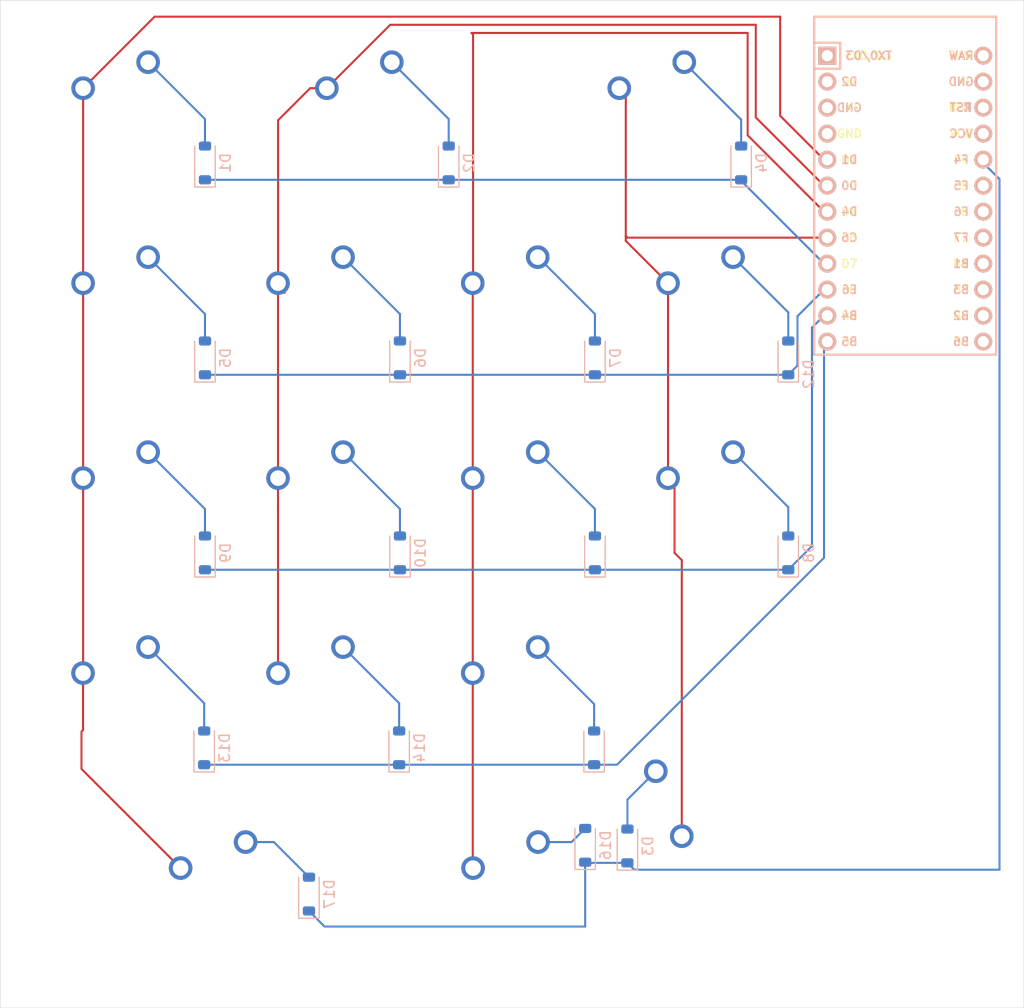
<source format=kicad_pcb>
(kicad_pcb (version 20240108) (generator "pcbnew") (generator_version "8.0")
  (layers (0 "F.Cu" signal) (31 "B.Cu" signal) (34 "B.Paste" user) (35 "F.Paste" user) (36 "B.SilkS" user "B.Silkscreen") (37 "F.SilkS" user "F.Silkscreen") (38 "B.Mask" user) (39 "F.Mask" user) (44 "Edge.Cuts" user))
  (net 0 "")
  (net 1 "Net-(D1-A)")
  (net 2 "Net-(D2-A)")
  (net 3 "Net-(D4-A)")
  (net 4 "Net-(D5-A)")
  (net 5 "Net-(D6-A)")
  (net 6 "Net-(D7-A)")
  (net 7 "Net-(D9-A)")
  (net 8 "Net-(D10-A)")
  (net 9 "Net-(D12-A)")
  (net 10 "Net-(D13-A)")
  (net 11 "Net-(D14-A)")
  (net 12 "Net-(D15-A)")
  (net 13 "Net-(D11-A)")
  (net 14 "Net-(D3-A)")
  (net 15 "Net-(D16-A)")
  (net 16 "ROW1")
  (net 17 "ROW4")
  (net 18 "ROW2")
  (net 19 "ROW3")
  (net 20 "ROW5")
  (net 21 "COL1")
  (net 22 "COL2")
  (net 23 "COL4")
  (net 24 "COL3")
  (net 25 "Net-(D17-A)")
  (net 38 "Net-(D8-A)")
  (footprint "PCM_marbastlib-mx:SW_MX_1.5u" (layer "F.Cu") (at 128.42875 79.375)
    (property "Reference" "MX2" (hide yes))
    (property "Value" "MX_SW_solder")
    (pad "" np_thru_hole circle (at -5.08 0) (size 1.75 1.75) (drill 1.75) (layers "*.Cu" "*.Mask"))
    (pad "" np_thru_hole circle (at 0 0) (size 3.9878 3.9878) (drill 3.9878) (layers "*.Cu" "*.Mask"))
    (pad "" np_thru_hole circle (at 5.08 0) (size 1.75 1.75) (drill 1.75) (layers "*.Cu" "*.Mask"))
    (pad "1" thru_hole circle (at -3.81 -2.54) (size 2.3 2.3) (drill 1.524) (layers "*.Cu" "B.Mask") (net 22 "COL2"))
    (pad "2" thru_hole circle (at 2.54 -5.08) (size 2.3 2.3) (drill 1.524) (layers "*.Cu" "B.Mask") (net 2 "Net-(D2-A)"))
  )
  (footprint "PCM_marbastlib-mx:SW_MX_1u" (layer "F.Cu") (at 142.68625 117.475)
    (property "Reference" "MX11" (hide yes))
    (property "Value" "MX_SW_solder")
    (pad "" np_thru_hole circle (at -5.08 0) (size 1.75 1.75) (drill 1.75) (layers "*.Cu" "*.Mask"))
    (pad "" np_thru_hole circle (at 0 0) (size 3.9878 3.9878) (drill 3.9878) (layers "*.Cu" "*.Mask"))
    (pad "" np_thru_hole circle (at 5.08 0) (size 1.75 1.75) (drill 1.75) (layers "*.Cu" "*.Mask"))
    (pad "1" thru_hole circle (at -3.81 -2.54) (size 2.3 2.3) (drill 1.524) (layers "*.Cu" "B.Mask") (net 24 "COL3"))
    (pad "2" thru_hole circle (at 2.54 -5.08) (size 2.3 2.3) (drill 1.524) (layers "*.Cu" "B.Mask") (net 13 "Net-(D11-A)"))
  )
  (footprint "PCM_marbastlib-mx:SW_MX_1u" (layer "F.Cu") (at 123.66 98.425)
    (property "Reference" "MX6" (hide yes))
    (property "Value" "MX_SW_solder")
    (pad "" np_thru_hole circle (at -5.08 0) (size 1.75 1.75) (drill 1.75) (layers "*.Cu" "*.Mask"))
    (pad "" np_thru_hole circle (at 0 0) (size 3.9878 3.9878) (drill 3.9878) (layers "*.Cu" "*.Mask"))
    (pad "" np_thru_hole circle (at 5.08 0) (size 1.75 1.75) (drill 1.75) (layers "*.Cu" "*.Mask"))
    (pad "1" thru_hole circle (at -3.81 -2.54) (size 2.3 2.3) (drill 1.524) (layers "*.Cu" "B.Mask") (net 22 "COL2"))
    (pad "2" thru_hole circle (at 2.54 -5.08) (size 2.3 2.3) (drill 1.524) (layers "*.Cu" "B.Mask") (net 5 "Net-(D6-A)"))
  )
  (footprint "PCM_marbastlib-mx:SW_MX_1u" (layer "F.Cu") (at 123.66 117.475)
    (property "Reference" "MX10" (hide yes))
    (property "Value" "MX_SW_solder")
    (pad "" np_thru_hole circle (at -5.08 0) (size 1.75 1.75) (drill 1.75) (layers "*.Cu" "*.Mask"))
    (pad "" np_thru_hole circle (at 0 0) (size 3.9878 3.9878) (drill 3.9878) (layers "*.Cu" "*.Mask"))
    (pad "" np_thru_hole circle (at 5.08 0) (size 1.75 1.75) (drill 1.75) (layers "*.Cu" "*.Mask"))
    (pad "1" thru_hole circle (at -3.81 -2.54) (size 2.3 2.3) (drill 1.524) (layers "*.Cu" "B.Mask") (net 22 "COL2"))
    (pad "2" thru_hole circle (at 2.54 -5.08) (size 2.3 2.3) (drill 1.524) (layers "*.Cu" "B.Mask") (net 8 "Net-(D10-A)"))
  )
  (footprint "PCM_marbastlib-mx:SW_MX_1u" (layer "F.Cu") (at 161.84 146.1125 90)
    (property "Reference" "MX3" (hide yes))
    (property "Value" "MX_SW_solder")
    (pad "" np_thru_hole circle (at -5.08 0 90) (size 1.75 1.75) (drill 1.75) (layers "*.Cu" "*.Mask"))
    (pad "" np_thru_hole circle (at 0 0 90) (size 3.9878 3.9878) (drill 3.9878) (layers "*.Cu" "*.Mask"))
    (pad "" np_thru_hole circle (at 5.08 0 90) (size 1.75 1.75) (drill 1.75) (layers "*.Cu" "*.Mask"))
    (pad "1" thru_hole circle (at -3.81 -2.54 90) (size 2.3 2.3) (drill 1.524) (layers "*.Cu" "B.Mask") (net 23 "COL4"))
    (pad "2" thru_hole circle (at 2.54 -5.08 90) (size 2.3 2.3) (drill 1.524) (layers "*.Cu" "B.Mask") (net 14 "Net-(D3-A)"))
  )
  (footprint "PCM_marbastlib-mx:SW_MX_1u" (layer "F.Cu") (at 142.71625 155.575)
    (property "Reference" "MX16" (hide yes))
    (property "Value" "MX_SW_solder")
    (pad "" np_thru_hole circle (at -5.08 0) (size 1.75 1.75) (drill 1.75) (layers "*.Cu" "*.Mask"))
    (pad "" np_thru_hole circle (at 0 0) (size 3.9878 3.9878) (drill 3.9878) (layers "*.Cu" "*.Mask"))
    (pad "" np_thru_hole circle (at 5.08 0) (size 1.75 1.75) (drill 1.75) (layers "*.Cu" "*.Mask"))
    (pad "1" thru_hole circle (at -3.81 -2.54) (size 2.3 2.3) (drill 1.524) (layers "*.Cu" "B.Mask") (net 24 "COL3"))
    (pad "2" thru_hole circle (at 2.54 -5.08) (size 2.3 2.3) (drill 1.524) (layers "*.Cu" "B.Mask") (net 15 "Net-(D16-A)"))
  )
  (footprint "PCM_marbastlib-mx:SW_MX_1u" (layer "F.Cu") (at 161.76625 98.425)
    (property "Reference" "MX12" (hide yes))
    (property "Value" "MX_SW_solder")
    (pad "" np_thru_hole circle (at -5.08 0) (size 1.75 1.75) (drill 1.75) (layers "*.Cu" "*.Mask"))
    (pad "" np_thru_hole circle (at 0 0) (size 3.9878 3.9878) (drill 3.9878) (layers "*.Cu" "*.Mask"))
    (pad "" np_thru_hole circle (at 5.08 0) (size 1.75 1.75) (drill 1.75) (layers "*.Cu" "*.Mask"))
    (pad "1" thru_hole circle (at -3.81 -2.54) (size 2.3 2.3) (drill 1.524) (layers "*.Cu" "B.Mask") (net 23 "COL4"))
    (pad "2" thru_hole circle (at 2.54 -5.08) (size 2.3 2.3) (drill 1.524) (layers "*.Cu" "B.Mask") (net 9 "Net-(D12-A)"))
  )
  (footprint "PCM_marbastlib-mx:SW_MX_1u" (layer "F.Cu") (at 104.61625 117.475)
    (property "Reference" "MX9" (hide yes))
    (property "Value" "MX_SW_solder")
    (pad "" np_thru_hole circle (at -5.08 0) (size 1.75 1.75) (drill 1.75) (layers "*.Cu" "*.Mask"))
    (pad "" np_thru_hole circle (at 0 0) (size 3.9878 3.9878) (drill 3.9878) (layers "*.Cu" "*.Mask"))
    (pad "" np_thru_hole circle (at 5.08 0) (size 1.75 1.75) (drill 1.75) (layers "*.Cu" "*.Mask"))
    (pad "1" thru_hole circle (at -3.81 -2.54) (size 2.3 2.3) (drill 1.524) (layers "*.Cu" "B.Mask") (net 21 "COL1"))
    (pad "2" thru_hole circle (at 2.54 -5.08) (size 2.3 2.3) (drill 1.524) (layers "*.Cu" "B.Mask") (net 7 "Net-(D9-A)"))
  )
  (footprint "PCM_marbastlib-mx:SW_MX_1u" (layer "F.Cu") (at 104.61625 98.425)
    (property "Reference" "MX5" (hide yes))
    (property "Value" "MX_SW_solder")
    (pad "" np_thru_hole circle (at -5.08 0) (size 1.75 1.75) (drill 1.75) (layers "*.Cu" "*.Mask"))
    (pad "" np_thru_hole circle (at 0 0) (size 3.9878 3.9878) (drill 3.9878) (layers "*.Cu" "*.Mask"))
    (pad "" np_thru_hole circle (at 5.08 0) (size 1.75 1.75) (drill 1.75) (layers "*.Cu" "*.Mask"))
    (pad "1" thru_hole circle (at -3.81 -2.54) (size 2.3 2.3) (drill 1.524) (layers "*.Cu" "B.Mask") (net 21 "COL1"))
    (pad "2" thru_hole circle (at 2.54 -5.08) (size 2.3 2.3) (drill 1.524) (layers "*.Cu" "B.Mask") (net 4 "Net-(D5-A)"))
  )
  (footprint "PCM_marbastlib-mx:SW_MX_1u" (layer "F.Cu") (at 123.66 136.525)
    (property "Reference" "MX14" (hide yes))
    (property "Value" "MX_SW_solder")
    (pad "" np_thru_hole circle (at -5.08 0) (size 1.75 1.75) (drill 1.75) (layers "*.Cu" "*.Mask"))
    (pad "" np_thru_hole circle (at 0 0) (size 3.9878 3.9878) (drill 3.9878) (layers "*.Cu" "*.Mask"))
    (pad "" np_thru_hole circle (at 5.08 0) (size 1.75 1.75) (drill 1.75) (layers "*.Cu" "*.Mask"))
    (pad "1" thru_hole circle (at -3.81 -2.54) (size 2.3 2.3) (drill 1.524) (layers "*.Cu" "B.Mask") (net 22 "COL2"))
    (pad "2" thru_hole circle (at 2.54 -5.08) (size 2.3 2.3) (drill 1.524) (layers "*.Cu" "B.Mask") (net 11 "Net-(D14-A)"))
  )
  (footprint "PCM_marbastlib-mx:STAB_MX_2u" (layer "F.Cu") (at 161.76 146.0525 -90)
    (property "Reference" "S2" (hide yes))
    (property "Value" "MX_stab")
    (pad "" np_thru_hole circle (at -11.90625 -6.985 270) (size 3.048 3.048) (drill 3.048) (layers "*.Cu" "*.Mask"))
    (pad "" np_thru_hole circle (at -11.90625 8.255 270) (size 3.9878 3.9878) (drill 3.9878) (layers "*.Cu" "*.Mask"))
    (pad "" np_thru_hole circle (at 11.90625 -6.985 270) (size 3.048 3.048) (drill 3.048) (layers "*.Cu" "*.Mask"))
    (pad "" np_thru_hole circle (at 11.90625 8.255 270) (size 3.9878 3.9878) (drill 3.9878) (layers "*.Cu" "*.Mask"))
  )
  (footprint "PCM_marbastlib-mx:SW_MX_1u" (layer "F.Cu") (at 161.76625 117.475)
    (property "Reference" "MX8" (hide yes))
    (property "Value" "MX_SW_solder")
    (pad "" np_thru_hole circle (at -5.08 0) (size 1.75 1.75) (drill 1.75) (layers "*.Cu" "*.Mask"))
    (pad "" np_thru_hole circle (at 0 0) (size 3.9878 3.9878) (drill 3.9878) (layers "*.Cu" "*.Mask"))
    (pad "" np_thru_hole circle (at 5.08 0) (size 1.75 1.75) (drill 1.75) (layers "*.Cu" "*.Mask"))
    (pad "1" thru_hole circle (at -3.81 -2.54) (size 2.3 2.3) (drill 1.524) (layers "*.Cu" "B.Mask") (net 23 "COL4"))
    (pad "2" thru_hole circle (at 2.54 -5.08) (size 2.3 2.3) (drill 1.524) (layers "*.Cu" "B.Mask") (net 38 "Net-(D8-A)"))
  )
  (footprint "ScottoKeebs_MCU:Arduino_Pro_Micro" (layer "F.Cu") (at 181.13375 87.63)
    (property "Reference" "U1" (hide yes))
    (property "Value" "Arduino_Pro_Micro" (hide yes))
    (fp_line (start -8.89 -17.78) (end -8.89 15.24) (stroke (width 0.2)) (layer "B.SilkS"))
    (fp_line (start -8.89 15.24) (end 8.89 15.24) (stroke (width 0.2)) (layer "B.SilkS"))
    (fp_line (start -6.35 -15.24) (end -8.89 -15.24) (stroke (width 0.2)) (layer "B.SilkS"))
    (fp_line (start -6.35 -15.24) (end -6.35 -12.7) (stroke (width 0.2)) (layer "B.SilkS"))
    (fp_line (start -6.35 -12.7) (end -8.89 -12.7) (stroke (width 0.2)) (layer "B.SilkS"))
    (fp_line (start 8.89 -17.78) (end -8.89 -17.78) (stroke (width 0.2)) (layer "B.SilkS"))
    (fp_line (start 8.89 15.24) (end 8.89 -17.78) (stroke (width 0.2)) (layer "B.SilkS"))
    (fp_poly (pts (xy 5.844635 -9.35097) (xy 5.844635 -9.25097) (xy 6.344635 -9.25097) (xy 6.344635 -9.35097)) (stroke (width 0.15)) (fill solid) (layer "B.SilkS"))
    (fp_poly (pts (xy 5.844635 -9.35097) (xy 5.844635 -9.05097) (xy 5.944635 -9.05097) (xy 5.944635 -9.35097)) (stroke (width 0.15)) (fill solid) (layer "B.SilkS"))
    (fp_poly (pts (xy 5.844635 -8.75097) (xy 5.844635 -8.55097) (xy 5.944635 -8.55097) (xy 5.944635 -8.75097)) (stroke (width 0.15)) (fill solid) (layer "B.SilkS"))
    (fp_poly (pts (xy 6.044635 -8.95097) (xy 6.044635 -8.85097) (xy 6.144635 -8.85097) (xy 6.144635 -8.95097)) (stroke (width 0.15)) (fill solid) (layer "B.SilkS"))
    (fp_poly (pts (xy 6.244635 -9.35097) (xy 6.244635 -8.55097) (xy 6.344635 -8.55097) (xy 6.344635 -9.35097)) (stroke (width 0.15)) (fill solid) (layer "B.SilkS"))
    (fp_line (start -8.89 -17.78) (end -8.89 15.24) (stroke (width 0.2)) (layer "F.SilkS"))
    (fp_line (start -8.89 15.24) (end 8.89 15.24) (stroke (width 0.2)) (layer "F.SilkS"))
    (fp_line (start -6.35 -15.24) (end -8.89 -15.24) (stroke (width 0.2)) (layer "F.SilkS"))
    (fp_line (start -6.35 -15.24) (end -6.35 -12.7) (stroke (width 0.2)) (layer "F.SilkS"))
    (fp_line (start -6.35 -12.7) (end -8.89 -12.7) (stroke (width 0.2)) (layer "F.SilkS"))
    (fp_line (start 8.89 -17.78) (end -8.89 -17.78) (stroke (width 0.2)) (layer "F.SilkS"))
    (fp_line (start 8.89 15.24) (end 8.89 -17.78) (stroke (width 0.2)) (layer "F.SilkS"))
    (fp_poly (pts (xy 4.531568 -9.36064) (xy 4.531568 -8.56064) (xy 4.431568 -8.56064) (xy 4.431568 -9.36064)) (stroke (width 0.15)) (fill solid) (layer "F.SilkS"))
    (fp_poly (pts (xy 4.731568 -8.96064) (xy 4.731568 -8.86064) (xy 4.631568 -8.86064) (xy 4.631568 -8.96064)) (stroke (width 0.15)) (fill solid) (layer "F.SilkS"))
    (fp_poly (pts (xy 4.931568 -9.36064) (xy 4.931568 -9.26064) (xy 4.431568 -9.26064) (xy 4.431568 -9.36064)) (stroke (width 0.15)) (fill solid) (layer "F.SilkS"))
    (fp_poly (pts (xy 4.931568 -9.36064) (xy 4.931568 -9.06064) (xy 4.831568 -9.06064) (xy 4.831568 -9.36064)) (stroke (width 0.15)) (fill solid) (layer "F.SilkS"))
    (fp_poly (pts (xy 4.931568 -8.76064) (xy 4.931568 -8.56064) (xy 4.831568 -8.56064) (xy 4.831568 -8.76064)) (stroke (width 0.15)) (fill solid) (layer "F.SilkS"))
    (fp_text user "B1" (at 5.461 6.35 0) (layer "B.SilkS") (effects (font (size 0.8 0.8)) (justify mirror)))
    (fp_text user "E6" (at -5.461 8.89 0) (layer "B.SilkS") (effects (font (size 0.8 0.8)) (justify mirror)))
    (fp_text user "GND" (at 5.461 -11.43 0) (layer "B.SilkS") (effects (font (size 0.8 0.8)) (justify mirror)))
    (fp_text user "C6" (at -5.461 3.81 0) (layer "B.SilkS") (effects (font (size 0.8 0.8)) (justify mirror)))
    (fp_text user "GND" (at -5.461 -8.89 0) (layer "B.SilkS") (effects (font (size 0.8 0.8)) (justify mirror)))
    (fp_text user "F5" (at 5.461 -1.27 0) (layer "B.SilkS") (effects (font (size 0.8 0.8)) (justify mirror)))
    (fp_text user "D0" (at -5.461 -1.27 0) (layer "B.SilkS") (effects (font (size 0.8 0.8)) (justify mirror)))
    (fp_text user "B6" (at 5.461 13.97 0) (layer "B.SilkS") (effects (font (size 0.8 0.8)) (justify mirror)))
    (fp_text user "B4" (at -5.461 11.43 0) (layer "B.SilkS") (effects (font (size 0.8 0.8)) (justify mirror)))
    (fp_text user "B3" (at 5.461 8.89 0) (layer "B.SilkS") (effects (font (size 0.8 0.8)) (justify mirror)))
    (fp_text user "VCC" (at 5.461 -6.35 0) (layer "B.SilkS") (effects (font (size 0.8 0.8)) (justify mirror)))
    (fp_text user "D4" (at -5.461 1.27 0) (layer "B.SilkS") (effects (font (size 0.8 0.8)) (justify mirror)))
    (fp_text user "D2" (at -5.461 -11.43 0) (layer "B.SilkS") (effects (font (size 0.8 0.8)) (justify mirror)))
    (fp_text user "B2" (at 5.461 11.43 0) (layer "B.SilkS") (effects (font (size 0.8 0.8)) (justify mirror)))
    (fp_text user "D1" (at -5.461 -3.81 0) (layer "B.SilkS") (effects (font (size 0.8 0.8)) (justify mirror)))
    (fp_text user "ST" (at 5.04 -8.91 0) (layer "B.SilkS") (effects (font (size 0.8 0.8)) (justify mirror)))
    (fp_text user "RAW" (at 5.461 -13.97 0) (layer "B.SilkS") (effects (font (size 0.8 0.8)) (justify mirror)))
    (fp_text user "B5" (at -5.461 13.97 0) (layer "B.SilkS") (effects (font (size 0.8 0.8)) (justify mirror)))
    (fp_text user "TX0/D3" (at -3.571872 -13.97 0) (layer "B.SilkS") (effects (font (size 0.8 0.8)) (justify mirror)))
    (fp_text user "F7" (at 5.461 3.81 0) (layer "B.SilkS") (effects (font (size 0.8 0.8)) (justify mirror)))
    (fp_text user "F4" (at 5.461 -3.81 0) (layer "B.SilkS") (effects (font (size 0.8 0.8)) (justify mirror)))
    (fp_text user "F6" (at 5.461 1.27 0) (layer "B.SilkS") (effects (font (size 0.8 0.8)) (justify mirror)))
    (fp_text user "F4" (at 5.461 -3.81 0) (layer "F.SilkS") (effects (font (size 0.8 0.8))))
    (fp_text user "RAW" (at 5.461 -13.97 0) (layer "F.SilkS") (effects (font (size 0.8 0.8))))
    (fp_text user "ST" (at 5.73312 -8.92 0) (layer "F.SilkS") (effects (font (size 0.8 0.8))))
    (fp_text user "B6" (at 5.461 13.97 0) (layer "F.SilkS") (effects (font (size 0.8 0.8))))
    (fp_text user "D0" (at -5.461 -1.27 0) (layer "F.SilkS") (effects (font (size 0.8 0.8))))
    (fp_text user "D7" (at -5.461 6.35 0) (layer "F.SilkS") (effects (font (size 0.8 0.8))))
    (fp_text user "F7" (at 5.461 3.81 0) (layer "F.SilkS") (effects (font (size 0.8 0.8))))
    (fp_text user "VCC" (at 5.461 -6.35 0) (layer "F.SilkS") (effects (font (size 0.8 0.8))))
    (fp_text user "GND" (at -5.461 -8.89 0) (layer "F.SilkS") (effects (font (size 0.8 0.8))))
    (fp_text user "B4" (at -5.461 11.43 0) (layer "F.SilkS") (effects (font (size 0.8 0.8))))
    (fp_text user "B2" (at 5.461 11.43 0) (layer "F.SilkS") (effects (font (size 0.8 0.8))))
    (fp_text user "E6" (at -5.461 8.89 0) (layer "F.SilkS") (effects (font (size 0.8 0.8))))
    (fp_text user "GND" (at 5.461 -11.43 0) (layer "F.SilkS") (effects (font (size 0.8 0.8))))
    (fp_text user "D4" (at -5.461 1.27 0) (layer "F.SilkS") (effects (font (size 0.8 0.8))))
    (fp_text user "D1" (at -5.461 -3.81 0) (layer "F.SilkS") (effects (font (size 0.8 0.8))))
    (fp_text user "F6" (at 5.461 1.27 0) (layer "F.SilkS") (effects (font (size 0.8 0.8))))
    (fp_text user "F5" (at 5.461 -1.27 0) (layer "F.SilkS") (effects (font (size 0.8 0.8))))
    (fp_text user "B5" (at -5.461 13.97 0) (layer "F.SilkS") (effects (font (size 0.8 0.8))))
    (fp_text user "TX0/D3" (at -3.571872 -13.97 0) (layer "F.SilkS") (effects (font (size 0.8 0.8))))
    (fp_text user "D2" (at -5.461 -11.43 0) (layer "F.SilkS") (effects (font (size 0.8 0.8))))
    (fp_text user "GND" (at -5.461 -6.35 0) (layer "F.SilkS") (effects (font (size 0.8 0.8))))
    (fp_text user "C6" (at -5.461 3.81 0) (layer "F.SilkS") (effects (font (size 0.8 0.8))))
    (fp_text user "B1" (at 5.461 6.35 0) (layer "F.SilkS") (effects (font (size 0.8 0.8))))
    (fp_text user "B3" (at 5.461 8.89 0) (layer "F.SilkS") (effects (font (size 0.8 0.8))))
    (pad "1" thru_hole rect (at -7.62 -13.97 270) (size 1.7526 1.7526) (drill 1.0922) (layers "*.Cu" "*.SilkS" "*.Mask"))
    (pad "2" thru_hole circle (at -7.62 -11.43 270) (size 1.7526 1.7526) (drill 1.0922) (layers "*.Cu" "*.SilkS" "*.Mask"))
    (pad "3" thru_hole circle (at -7.62 -8.89 270) (size 1.7526 1.7526) (drill 1.0922) (layers "*.Cu" "*.SilkS" "*.Mask"))
    (pad "4" thru_hole circle (at -7.62 -6.35 270) (size 1.7526 1.7526) (drill 1.0922) (layers "*.Cu" "*.SilkS" "*.Mask"))
    (pad "5" thru_hole circle (at -7.62 -3.81 270) (size 1.7526 1.7526) (drill 1.0922) (layers "*.Cu" "*.SilkS" "*.Mask") (net 21 "COL1"))
    (pad "6" thru_hole circle (at -7.62 -1.27 270) (size 1.7526 1.7526) (drill 1.0922) (layers "*.Cu" "*.SilkS" "*.Mask") (net 22 "COL2"))
    (pad "7" thru_hole circle (at -7.62 1.27 270) (size 1.7526 1.7526) (drill 1.0922) (layers "*.Cu" "*.SilkS" "*.Mask") (net 24 "COL3"))
    (pad "8" thru_hole circle (at -7.62 3.81 270) (size 1.7526 1.7526) (drill 1.0922) (layers "*.Cu" "*.SilkS" "*.Mask") (net 23 "COL4"))
    (pad "9" thru_hole circle (at -7.62 6.35 270) (size 1.7526 1.7526) (drill 1.0922) (layers "*.Cu" "*.SilkS" "*.Mask") (net 16 "ROW1"))
    (pad "10" thru_hole circle (at -7.62 8.89 270) (size 1.7526 1.7526) (drill 1.0922) (layers "*.Cu" "*.SilkS" "*.Mask") (net 18 "ROW2"))
    (pad "11" thru_hole circle (at -7.62 11.43 270) (size 1.7526 1.7526) (drill 1.0922) (layers "*.Cu" "*.SilkS" "*.Mask") (net 19 "ROW3"))
    (pad "12" thru_hole circle (at -7.62 13.97 270) (size 1.7526 1.7526) (drill 1.0922) (layers "*.Cu" "*.SilkS" "*.Mask") (net 17 "ROW4"))
    (pad "13" thru_hole circle (at 7.62 13.97 270) (size 1.7526 1.7526) (drill 1.0922) (layers "*.Cu" "*.SilkS" "*.Mask"))
    (pad "14" thru_hole circle (at 7.62 11.43 270) (size 1.7526 1.7526) (drill 1.0922) (layers "*.Cu" "*.SilkS" "*.Mask"))
    (pad "15" thru_hole circle (at 7.62 8.89 270) (size 1.7526 1.7526) (drill 1.0922) (layers "*.Cu" "*.SilkS" "*.Mask"))
    (pad "16" thru_hole circle (at 7.62 6.35 270) (size 1.7526 1.7526) (drill 1.0922) (layers "*.Cu" "*.SilkS" "*.Mask"))
    (pad "17" thru_hole circle (at 7.62 3.81 270) (size 1.7526 1.7526) (drill 1.0922) (layers "*.Cu" "*.SilkS" "*.Mask"))
    (pad "18" thru_hole circle (at 7.62 1.27 270) (size 1.7526 1.7526) (drill 1.0922) (layers "*.Cu" "*.SilkS" "*.Mask"))
    (pad "19" thru_hole circle (at 7.62 -1.27 270) (size 1.7526 1.7526) (drill 1.0922) (layers "*.Cu" "*.SilkS" "*.Mask"))
    (pad "20" thru_hole circle (at 7.62 -3.81 270) (size 1.7526 1.7526) (drill 1.0922) (layers "*.Cu" "*.SilkS" "*.Mask") (net 20 "ROW5"))
    (pad "21" thru_hole circle (at 7.62 -6.35 270) (size 1.7526 1.7526) (drill 1.0922) (layers "*.Cu" "*.SilkS" "*.Mask"))
    (pad "22" thru_hole circle (at 7.62 -8.89 270) (size 1.7526 1.7526) (drill 1.0922) (layers "*.Cu" "*.SilkS" "*.Mask"))
    (pad "23" thru_hole circle (at 7.62 -11.43 270) (size 1.7526 1.7526) (drill 1.0922) (layers "*.Cu" "*.SilkS" "*.Mask"))
    (pad "24" thru_hole circle (at 7.62 -13.97 270) (size 1.7526 1.7526) (drill 1.0922) (layers "*.Cu" "*.SilkS" "*.Mask"))
  )
  (footprint "PCM_marbastlib-mx:SW_MX_1u" (layer "F.Cu") (at 142.68625 98.425)
    (property "Reference" "MX7" (hide yes))
    (property "Value" "MX_SW_solder")
    (pad "" np_thru_hole circle (at -5.08 0) (size 1.75 1.75) (drill 1.75) (layers "*.Cu" "*.Mask"))
    (pad "" np_thru_hole circle (at 0 0) (size 3.9878 3.9878) (drill 3.9878) (layers "*.Cu" "*.Mask"))
    (pad "" np_thru_hole circle (at 5.08 0) (size 1.75 1.75) (drill 1.75) (layers "*.Cu" "*.Mask"))
    (pad "1" thru_hole circle (at -3.81 -2.54) (size 2.3 2.3) (drill 1.524) (layers "*.Cu" "B.Mask") (net 24 "COL3"))
    (pad "2" thru_hole circle (at 2.54 -5.08) (size 2.3 2.3) (drill 1.524) (layers "*.Cu" "B.Mask") (net 6 "Net-(D7-A)"))
  )
  (footprint "PCM_marbastlib-mx:SW_MX_1u" (layer "F.Cu") (at 104.61 136.525)
    (property "Reference" "MX13" (hide yes))
    (property "Value" "MX_SW_solder")
    (pad "" np_thru_hole circle (at -5.08 0) (size 1.75 1.75) (drill 1.75) (layers "*.Cu" "*.Mask"))
    (pad "" np_thru_hole circle (at 0 0) (size 3.9878 3.9878) (drill 3.9878) (layers "*.Cu" "*.Mask"))
    (pad "" np_thru_hole circle (at 5.08 0) (size 1.75 1.75) (drill 1.75) (layers "*.Cu" "*.Mask"))
    (pad "1" thru_hole circle (at -3.81 -2.54) (size 2.3 2.3) (drill 1.524) (layers "*.Cu" "B.Mask") (net 21 "COL1"))
    (pad "2" thru_hole circle (at 2.54 -5.08) (size 2.3 2.3) (drill 1.524) (layers "*.Cu" "B.Mask") (net 10 "Net-(D13-A)"))
  )
  (footprint "PCM_marbastlib-mx:SW_MX_1u" (layer "F.Cu") (at 114.14125 155.575)
    (property "Reference" "MX17" (hide yes))
    (property "Value" "MX_SW_solder")
    (pad "" np_thru_hole circle (at -5.08 0) (size 1.75 1.75) (drill 1.75) (layers "*.Cu" "*.Mask"))
    (pad "" np_thru_hole circle (at 0 0) (size 3.9878 3.9878) (drill 3.9878) (layers "*.Cu" "*.Mask"))
    (pad "" np_thru_hole circle (at 5.08 0) (size 1.75 1.75) (drill 1.75) (layers "*.Cu" "*.Mask"))
    (pad "1" thru_hole circle (at -3.81 -2.54) (size 2.3 2.3) (drill 1.524) (layers "*.Cu" "B.Mask") (net 21 "COL1"))
    (pad "2" thru_hole circle (at 2.54 -5.08) (size 2.3 2.3) (drill 1.524) (layers "*.Cu" "B.Mask") (net 25 "Net-(D17-A)"))
  )
  (footprint "PCM_marbastlib-mx:SW_MX_1u" (layer "F.Cu") (at 104.61625 79.375)
    (property "Reference" "MX1" (hide yes))
    (property "Value" "MX_SW_solder")
    (pad "" np_thru_hole circle (at -5.08 0) (size 1.75 1.75) (drill 1.75) (layers "*.Cu" "*.Mask"))
    (pad "" np_thru_hole circle (at 0 0) (size 3.9878 3.9878) (drill 3.9878) (layers "*.Cu" "*.Mask"))
    (pad "" np_thru_hole circle (at 5.08 0) (size 1.75 1.75) (drill 1.75) (layers "*.Cu" "*.Mask"))
    (pad "1" thru_hole circle (at -3.81 -2.54) (size 2.3 2.3) (drill 1.524) (layers "*.Cu" "B.Mask") (net 21 "COL1"))
    (pad "2" thru_hole circle (at 2.54 -5.08) (size 2.3 2.3) (drill 1.524) (layers "*.Cu" "B.Mask") (net 1 "Net-(D1-A)"))
  )
  (footprint "PCM_marbastlib-mx:SW_MX_1u" (layer "F.Cu") (at 142.68625 136.525)
    (property "Reference" "MX15" (hide yes))
    (property "Value" "MX_SW_solder")
    (pad "" np_thru_hole circle (at -5.08 0) (size 1.75 1.75) (drill 1.75) (layers "*.Cu" "*.Mask"))
    (pad "" np_thru_hole circle (at 0 0) (size 3.9878 3.9878) (drill 3.9878) (layers "*.Cu" "*.Mask"))
    (pad "" np_thru_hole circle (at 5.08 0) (size 1.75 1.75) (drill 1.75) (layers "*.Cu" "*.Mask"))
    (pad "1" thru_hole circle (at -3.81 -2.54) (size 2.3 2.3) (drill 1.524) (layers "*.Cu" "B.Mask") (net 24 "COL3"))
    (pad "2" thru_hole circle (at 2.54 -5.08) (size 2.3 2.3) (drill 1.524) (layers "*.Cu" "B.Mask") (net 12 "Net-(D15-A)"))
  )
  (footprint "PCM_marbastlib-mx:SW_MX_1.5u" (layer "F.Cu") (at 157.0025 79.375)
    (property "Reference" "MX4" (hide yes))
    (property "Value" "MX_SW_solder")
    (pad "" np_thru_hole circle (at -5.08 0) (size 1.75 1.75) (drill 1.75) (layers "*.Cu" "*.Mask"))
    (pad "" np_thru_hole circle (at 0 0) (size 3.9878 3.9878) (drill 3.9878) (layers "*.Cu" "*.Mask"))
    (pad "" np_thru_hole circle (at 5.08 0) (size 1.75 1.75) (drill 1.75) (layers "*.Cu" "*.Mask"))
    (pad "1" thru_hole circle (at -3.81 -2.54) (size 2.3 2.3) (drill 1.524) (layers "*.Cu" "B.Mask") (net 23 "COL4"))
    (pad "2" thru_hole circle (at 2.54 -5.08) (size 2.3 2.3) (drill 1.524) (layers "*.Cu" "B.Mask") (net 3 "Net-(D4-A)"))
  )
  (footprint "PCM_marbastlib-mx:STAB_MX_2u" (layer "F.Cu") (at 114.14125 155.575)
    (property "Reference" "S3" (hide yes))
    (property "Value" "MX_stab")
    (pad "" np_thru_hole circle (at -11.90625 -6.985) (size 3.048 3.048) (drill 3.048) (layers "*.Cu" "*.Mask"))
    (pad "" np_thru_hole circle (at -11.90625 8.255) (size 3.9878 3.9878) (drill 3.9878) (layers "*.Cu" "*.Mask"))
    (pad "" np_thru_hole circle (at 11.90625 -6.985) (size 3.048 3.048) (drill 3.048) (layers "*.Cu" "*.Mask"))
    (pad "" np_thru_hole circle (at 11.90625 8.255) (size 3.9878 3.9878) (drill 3.9878) (layers "*.Cu" "*.Mask"))
  )
  (footprint "Diode_SMD:D_SOD-123" (layer "B.Cu") (at 169.70375 122.2375 90)
    (property "Reference" "D8" (at 0 2 270) (layer "B.SilkS") (effects (justify mirror)))
    (property "Value" "D_Small")
    (fp_line (start 1.65 -1) (end -2.36 -1) (stroke (width 0.12)) (layer "B.SilkS"))
    (fp_line (start -2.36 -1) (end -2.36 1) (stroke (width 0.12)) (layer "B.SilkS"))
    (fp_line (start 1.65 1) (end -2.36 1) (stroke (width 0.12)) (layer "B.SilkS"))
    (pad "1" smd roundrect (at -1.65 0 90) (size 0.9 1.2) (layers "B.Cu" "B.Paste" "B.Mask") (net 19 "ROW3"))
    (pad "2" smd roundrect (at 1.65 0 90) (size 0.9 1.2) (layers "B.Cu" "B.Paste" "B.Mask") (net 38 "Net-(D8-A)"))
  )
  (footprint "Diode_SMD:D_SOD-123" (layer "B.Cu") (at 136.525 84.1375 90)
    (property "Reference" "D2" (at 0 2 270) (layer "B.SilkS") (effects (justify mirror)))
    (property "Value" "D_Small")
    (fp_line (start 1.65 -1) (end -2.36 -1) (stroke (width 0.12)) (layer "B.SilkS"))
    (fp_line (start -2.36 -1) (end -2.36 1) (stroke (width 0.12)) (layer "B.SilkS"))
    (fp_line (start 1.65 1) (end -2.36 1) (stroke (width 0.12)) (layer "B.SilkS"))
    (pad "1" smd roundrect (at -1.65 0 90) (size 0.9 1.2) (layers "B.Cu" "B.Paste" "B.Mask") (net 16 "ROW1"))
    (pad "2" smd roundrect (at 1.65 0 90) (size 0.9 1.2) (layers "B.Cu" "B.Paste" "B.Mask") (net 2 "Net-(D2-A)"))
  )
  (footprint "Diode_SMD:D_SOD-123" (layer "B.Cu") (at 122.8725 155.575 90)
    (property "Reference" "D17" (at 0 2 270) (layer "B.SilkS") (effects (justify mirror)))
    (property "Value" "D_Small")
    (fp_line (start 1.65 -1) (end -2.36 -1) (stroke (width 0.12)) (layer "B.SilkS"))
    (fp_line (start -2.36 -1) (end -2.36 1) (stroke (width 0.12)) (layer "B.SilkS"))
    (fp_line (start 1.65 1) (end -2.36 1) (stroke (width 0.12)) (layer "B.SilkS"))
    (pad "1" smd roundrect (at -1.65 0 90) (size 0.9 1.2) (layers "B.Cu" "B.Paste" "B.Mask") (net 20 "ROW5"))
    (pad "2" smd roundrect (at 1.65 0 90) (size 0.9 1.2) (layers "B.Cu" "B.Paste" "B.Mask") (net 25 "Net-(D17-A)"))
  )
  (footprint "Diode_SMD:D_SOD-123" (layer "B.Cu") (at 150.8125 103.1875 90)
    (property "Reference" "D7" (at 0 2 270) (layer "B.SilkS") (effects (justify mirror)))
    (property "Value" "D_Small")
    (fp_line (start 1.65 -1) (end -2.36 -1) (stroke (width 0.12)) (layer "B.SilkS"))
    (fp_line (start -2.36 -1) (end -2.36 1) (stroke (width 0.12)) (layer "B.SilkS"))
    (fp_line (start 1.65 1) (end -2.36 1) (stroke (width 0.12)) (layer "B.SilkS"))
    (pad "1" smd roundrect (at -1.65 0 90) (size 0.9 1.2) (layers "B.Cu" "B.Paste" "B.Mask") (net 18 "ROW2"))
    (pad "2" smd roundrect (at 1.65 0 90) (size 0.9 1.2) (layers "B.Cu" "B.Paste" "B.Mask") (net 6 "Net-(D7-A)"))
  )
  (footprint "Diode_SMD:D_SOD-123" (layer "B.Cu") (at 150.7325 141.2875 90)
    (property "Reference" "D15" (hide yes))
    (property "Value" "D_Small")
    (fp_line (start 1.65 -1) (end -2.36 -1) (stroke (width 0.12)) (layer "B.SilkS"))
    (fp_line (start -2.36 -1) (end -2.36 1) (stroke (width 0.12)) (layer "B.SilkS"))
    (fp_line (start 1.65 1) (end -2.36 1) (stroke (width 0.12)) (layer "B.SilkS"))
    (pad "1" smd roundrect (at -1.65 0 90) (size 0.9 1.2) (layers "B.Cu" "B.Paste" "B.Mask") (net 17 "ROW4"))
    (pad "2" smd roundrect (at 1.65 0 90) (size 0.9 1.2) (layers "B.Cu" "B.Paste" "B.Mask") (net 12 "Net-(D15-A)"))
  )
  (footprint "Diode_SMD:D_SOD-123" (layer "B.Cu") (at 149.86 150.8125 90)
    (property "Reference" "D16" (at 0 2 270) (layer "B.SilkS") (effects (justify mirror)))
    (property "Value" "D_Small")
    (fp_line (start 1.65 -1) (end -2.36 -1) (stroke (width 0.12)) (layer "B.SilkS"))
    (fp_line (start -2.36 -1) (end -2.36 1) (stroke (width 0.12)) (layer "B.SilkS"))
    (fp_line (start 1.65 1) (end -2.36 1) (stroke (width 0.12)) (layer "B.SilkS"))
    (pad "1" smd roundrect (at -1.65 0 90) (size 0.9 1.2) (layers "B.Cu" "B.Paste" "B.Mask") (net 20 "ROW5"))
    (pad "2" smd roundrect (at 1.65 0 90) (size 0.9 1.2) (layers "B.Cu" "B.Paste" "B.Mask") (net 15 "Net-(D16-A)"))
  )
  (footprint "Diode_SMD:D_SOD-123" (layer "B.Cu") (at 131.7625 122.2375 90)
    (property "Reference" "D10" (at 0 2 270) (layer "B.SilkS") (effects (justify mirror)))
    (property "Value" "D_Small")
    (fp_line (start 1.65 -1) (end -2.36 -1) (stroke (width 0.12)) (layer "B.SilkS"))
    (fp_line (start -2.36 -1) (end -2.36 1) (stroke (width 0.12)) (layer "B.SilkS"))
    (fp_line (start 1.65 1) (end -2.36 1) (stroke (width 0.12)) (layer "B.SilkS"))
    (pad "1" smd roundrect (at -1.65 0 90) (size 0.9 1.2) (layers "B.Cu" "B.Paste" "B.Mask") (net 19 "ROW3"))
    (pad "2" smd roundrect (at 1.65 0 90) (size 0.9 1.2) (layers "B.Cu" "B.Paste" "B.Mask") (net 8 "Net-(D10-A)"))
  )
  (footprint "Diode_SMD:D_SOD-123" (layer "B.Cu") (at 131.7625 103.1875 90)
    (property "Reference" "D6" (at 0 2 270) (layer "B.SilkS") (effects (justify mirror)))
    (property "Value" "D_Small")
    (fp_line (start 1.65 -1) (end -2.36 -1) (stroke (width 0.12)) (layer "B.SilkS"))
    (fp_line (start -2.36 -1) (end -2.36 1) (stroke (width 0.12)) (layer "B.SilkS"))
    (fp_line (start 1.65 1) (end -2.36 1) (stroke (width 0.12)) (layer "B.SilkS"))
    (pad "1" smd roundrect (at -1.65 0 90) (size 0.9 1.2) (layers "B.Cu" "B.Paste" "B.Mask") (net 18 "ROW2"))
    (pad "2" smd roundrect (at 1.65 0 90) (size 0.9 1.2) (layers "B.Cu" "B.Paste" "B.Mask") (net 5 "Net-(D6-A)"))
  )
  (footprint "Diode_SMD:D_SOD-123" (layer "B.Cu") (at 169.70375 103.1875 90)
    (property "Reference" "D12" (at -1.5875 2 270) (layer "B.SilkS") (effects (justify mirror)))
    (property "Value" "D_Small")
    (fp_line (start 1.65 -1) (end -2.36 -1) (stroke (width 0.12)) (layer "B.SilkS"))
    (fp_line (start -2.36 -1) (end -2.36 1) (stroke (width 0.12)) (layer "B.SilkS"))
    (fp_line (start 1.65 1) (end -2.36 1) (stroke (width 0.12)) (layer "B.SilkS"))
    (pad "1" smd roundrect (at -1.65 0 90) (size 0.9 1.2) (layers "B.Cu" "B.Paste" "B.Mask") (net 18 "ROW2"))
    (pad "2" smd roundrect (at 1.65 0 90) (size 0.9 1.2) (layers "B.Cu" "B.Paste" "B.Mask") (net 9 "Net-(D12-A)"))
  )
  (footprint "Diode_SMD:D_SOD-123" (layer "B.Cu") (at 112.7125 103.1875 90)
    (property "Reference" "D5" (at 0 2 270) (layer "B.SilkS") (effects (justify mirror)))
    (property "Value" "D_Small")
    (fp_line (start 1.65 -1) (end -2.36 -1) (stroke (width 0.12)) (layer "B.SilkS"))
    (fp_line (start -2.36 -1) (end -2.36 1) (stroke (width 0.12)) (layer "B.SilkS"))
    (fp_line (start 1.65 1) (end -2.36 1) (stroke (width 0.12)) (layer "B.SilkS"))
    (pad "1" smd roundrect (at -1.65 0 90) (size 0.9 1.2) (layers "B.Cu" "B.Paste" "B.Mask") (net 18 "ROW2"))
    (pad "2" smd roundrect (at 1.65 0 90) (size 0.9 1.2) (layers "B.Cu" "B.Paste" "B.Mask") (net 4 "Net-(D5-A)"))
  )
  (footprint "Diode_SMD:D_SOD-123" (layer "B.Cu") (at 112.7125 122.2375 90)
    (property "Reference" "D9" (at 0 2 270) (layer "B.SilkS") (effects (justify mirror)))
    (property "Value" "D_Small")
    (fp_line (start 1.65 -1) (end -2.36 -1) (stroke (width 0.12)) (layer "B.SilkS"))
    (fp_line (start -2.36 -1) (end -2.36 1) (stroke (width 0.12)) (layer "B.SilkS"))
    (fp_line (start 1.65 1) (end -2.36 1) (stroke (width 0.12)) (layer "B.SilkS"))
    (pad "1" smd roundrect (at -1.65 0 90) (size 0.9 1.2) (layers "B.Cu" "B.Paste" "B.Mask") (net 19 "ROW3"))
    (pad "2" smd roundrect (at 1.65 0 90) (size 0.9 1.2) (layers "B.Cu" "B.Paste" "B.Mask") (net 7 "Net-(D9-A)"))
  )
  (footprint "Diode_SMD:D_SOD-123" (layer "B.Cu") (at 112.6325 141.2875 90)
    (property "Reference" "D13" (at 0 2 270) (layer "B.SilkS") (effects (justify mirror)))
    (property "Value" "D_Small")
    (fp_line (start 1.65 -1) (end -2.36 -1) (stroke (width 0.12)) (layer "B.SilkS"))
    (fp_line (start -2.36 -1) (end -2.36 1) (stroke (width 0.12)) (layer "B.SilkS"))
    (fp_line (start 1.65 1) (end -2.36 1) (stroke (width 0.12)) (layer "B.SilkS"))
    (pad "1" smd roundrect (at -1.65 0 90) (size 0.9 1.2) (layers "B.Cu" "B.Paste" "B.Mask") (net 17 "ROW4"))
    (pad "2" smd roundrect (at 1.65 0 90) (size 0.9 1.2) (layers "B.Cu" "B.Paste" "B.Mask") (net 10 "Net-(D13-A)"))
  )
  (footprint "Diode_SMD:D_SOD-123" (layer "B.Cu") (at 131.6825 141.2875 90)
    (property "Reference" "D14" (at 0 2 270) (layer "B.SilkS") (effects (justify mirror)))
    (property "Value" "D_Small")
    (fp_line (start 1.65 -1) (end -2.36 -1) (stroke (width 0.12)) (layer "B.SilkS"))
    (fp_line (start -2.36 -1) (end -2.36 1) (stroke (width 0.12)) (layer "B.SilkS"))
    (fp_line (start 1.65 1) (end -2.36 1) (stroke (width 0.12)) (layer "B.SilkS"))
    (pad "1" smd roundrect (at -1.65 0 90) (size 0.9 1.2) (layers "B.Cu" "B.Paste" "B.Mask") (net 17 "ROW4"))
    (pad "2" smd roundrect (at 1.65 0 90) (size 0.9 1.2) (layers "B.Cu" "B.Paste" "B.Mask") (net 11 "Net-(D14-A)"))
  )
  (footprint "Diode_SMD:D_SOD-123" (layer "B.Cu") (at 150.8125 122.2375 90)
    (property "Reference" "D11" (hide yes))
    (property "Value" "D_Small")
    (fp_line (start 1.65 -1) (end -2.36 -1) (stroke (width 0.12)) (layer "B.SilkS"))
    (fp_line (start -2.36 -1) (end -2.36 1) (stroke (width 0.12)) (layer "B.SilkS"))
    (fp_line (start 1.65 1) (end -2.36 1) (stroke (width 0.12)) (layer "B.SilkS"))
    (pad "1" smd roundrect (at -1.65 0 90) (size 0.9 1.2) (layers "B.Cu" "B.Paste" "B.Mask") (net 19 "ROW3"))
    (pad "2" smd roundrect (at 1.65 0 90) (size 0.9 1.2) (layers "B.Cu" "B.Paste" "B.Mask") (net 13 "Net-(D11-A)"))
  )
  (footprint "Diode_SMD:D_SOD-123" (layer "B.Cu") (at 153.9875 150.875 90)
    (property "Reference" "D3" (at 0 2 270) (layer "B.SilkS") (effects (justify mirror)))
    (property "Value" "D_Small")
    (fp_line (start 1.65 -1) (end -2.36 -1) (stroke (width 0.12)) (layer "B.SilkS"))
    (fp_line (start -2.36 -1) (end -2.36 1) (stroke (width 0.12)) (layer "B.SilkS"))
    (fp_line (start 1.65 1) (end -2.36 1) (stroke (width 0.12)) (layer "B.SilkS"))
    (pad "1" smd roundrect (at -1.65 0 90) (size 0.9 1.2) (layers "B.Cu" "B.Paste" "B.Mask") (net 20 "ROW5"))
    (pad "2" smd roundrect (at 1.65 0 90) (size 0.9 1.2) (layers "B.Cu" "B.Paste" "B.Mask") (net 14 "Net-(D3-A)"))
  )
  (footprint "Diode_SMD:D_SOD-123" (layer "B.Cu") (at 112.7125 84.1375 90)
    (property "Reference" "D1" (at 0 2 270) (layer "B.SilkS") (effects (justify mirror)))
    (property "Value" "D_Small")
    (fp_line (start 1.65 -1) (end -2.36 -1) (stroke (width 0.12)) (layer "B.SilkS"))
    (fp_line (start -2.36 -1) (end -2.36 1) (stroke (width 0.12)) (layer "B.SilkS"))
    (fp_line (start 1.65 1) (end -2.36 1) (stroke (width 0.12)) (layer "B.SilkS"))
    (pad "1" smd roundrect (at -1.65 0 90) (size 0.9 1.2) (layers "B.Cu" "B.Paste" "B.Mask") (net 16 "ROW1"))
    (pad "2" smd roundrect (at 1.65 0 90) (size 0.9 1.2) (layers "B.Cu" "B.Paste" "B.Mask") (net 1 "Net-(D1-A)"))
  )
  (footprint "Diode_SMD:D_SOD-123" (layer "B.Cu") (at 165.1 84.1375 90)
    (property "Reference" "D4" (at 0 2 270) (layer "B.SilkS") (effects (justify mirror)))
    (property "Value" "D_Small")
    (fp_line (start 1.65 -1) (end -2.36 -1) (stroke (width 0.12)) (layer "B.SilkS"))
    (fp_line (start -2.36 -1) (end -2.36 1) (stroke (width 0.12)) (layer "B.SilkS"))
    (fp_line (start 1.65 1) (end -2.36 1) (stroke (width 0.12)) (layer "B.SilkS"))
    (pad "1" smd roundrect (at -1.65 0 90) (size 0.9 1.2) (layers "B.Cu" "B.Paste" "B.Mask") (net 16 "ROW1"))
    (pad "2" smd roundrect (at 1.65 0 90) (size 0.9 1.2) (layers "B.Cu" "B.Paste" "B.Mask") (net 3 "Net-(D4-A)"))
  )
  (gr_rect (start 92.71 68.2625) (end 192.7225 166.6875) (stroke (width 0.05)) (fill none) (layer "Edge.Cuts"))
  (segment (start 112.7125 79.85125) (end 112.7125 82.4875) (width 0.2) (layer "B.Cu") (net 1))
  (segment (start 107.15625 74.295) (end 112.7125 79.85125) (width 0.2) (layer "B.Cu") (net 1))
  (segment (start 136.525 79.85125) (end 136.525 82.4875) (width 0.2) (layer "B.Cu") (net 2))
  (segment (start 130.96875 74.295) (end 136.525 79.85125) (width 0.2) (layer "B.Cu") (net 2))
  (segment (start 165.1 79.9125) (end 165.1 82.4875) (width 0.2) (layer "B.Cu") (net 3))
  (segment (start 159.4825 74.295) (end 165.1 79.9125) (width 0.2) (layer "B.Cu") (net 3))
  (segment (start 112.7125 98.90125) (end 112.7125 101.5375) (width 0.2) (layer "B.Cu") (net 4))
  (segment (start 107.15625 93.345) (end 112.7125 98.90125) (width 0.2) (layer "B.Cu") (net 4))
  (segment (start 126.20625 93.345) (end 131.7625 98.90125) (width 0.2) (layer "B.Cu") (net 5))
  (segment (start 131.7625 98.90125) (end 131.7625 101.5375) (width 0.2) (layer "B.Cu") (net 5))
  (segment (start 145.25625 93.345) (end 150.8125 98.90125) (width 0.2) (layer "B.Cu") (net 6))
  (segment (start 150.8125 98.90125) (end 150.8125 101.5375) (width 0.2) (layer "B.Cu") (net 6))
  (segment (start 112.7125 117.95125) (end 112.7125 120.5875) (width 0.2) (layer "B.Cu") (net 7))
  (segment (start 107.15625 112.395) (end 112.7125 117.95125) (width 0.2) (layer "B.Cu") (net 7))
  (segment (start 131.7625 117.95125) (end 131.7625 120.5875) (width 0.2) (layer "B.Cu") (net 8))
  (segment (start 126.20625 112.395) (end 131.7625 117.95125) (width 0.2) (layer "B.Cu") (net 8))
  (segment (start 169.70375 101.5375) (end 169.70375 98.7425) (width 0.2) (layer "B.Cu") (net 9))
  (segment (start 169.70375 98.7425) (end 164.30625 93.345) (width 0.2) (layer "B.Cu") (net 9))
  (segment (start 112.6325 136.9275) (end 112.6325 139.6375) (width 0.2) (layer "B.Cu") (net 10))
  (segment (start 107.15 131.445) (end 112.6325 136.9275) (width 0.2) (layer "B.Cu") (net 10))
  (segment (start 131.6825 136.9275) (end 131.6825 139.6375) (width 0.2) (layer "B.Cu") (net 11))
  (segment (start 126.2 131.445) (end 131.6825 136.9275) (width 0.2) (layer "B.Cu") (net 11))
  (segment (start 150.7325 137.01125) (end 150.7325 139.6375) (width 0.2) (layer "B.Cu") (net 12))
  (segment (start 145.16625 131.445) (end 150.7325 137.01125) (width 0.2) (layer "B.Cu") (net 12))
  (segment (start 145.25625 112.395) (end 150.8125 117.95125) (width 0.2) (layer "B.Cu") (net 13))
  (segment (start 150.8125 117.95125) (end 150.8125 120.5875) (width 0.2) (layer "B.Cu") (net 13))
  (segment (start 153.9875 149.225) (end 153.9875 146.345) (width 0.2) (layer "B.Cu") (net 14))
  (segment (start 153.9875 146.345) (end 156.76 143.5725) (width 0.2) (layer "B.Cu") (net 14))
  (segment (start 145.25625 150.495) (end 148.5275 150.495) (width 0.2) (layer "B.Cu") (net 15))
  (segment (start 148.5275 150.495) (end 149.86 149.1625) (width 0.2) (layer "B.Cu") (net 15))
  (segment (start 165.1 85.7875) (end 165.1 85.88375) (width 0.2) (layer "B.Cu") (net 16))
  (segment (start 112.7125 85.7875) (end 165.1 85.7875) (width 0.2) (layer "B.Cu") (net 16))
  (segment (start 165.1 85.88375) (end 173.19625 93.98) (width 0.2) (layer "B.Cu") (net 16))
  (segment (start 173.19625 122.71375) (end 152.9725 142.9375) (width 0.2) (layer "B.Cu") (net 17))
  (segment (start 152.8925 142.9375) (end 150.7325 142.9375) (width 0.2) (layer "B.Cu") (net 17))
  (segment (start 173.19625 101.6) (end 173.19625 122.71375) (width 0.2) (layer "B.Cu") (net 17))
  (segment (start 150.7325 142.9375) (end 112.6325 142.9375) (width 0.2) (layer "B.Cu") (net 17))
  (segment (start 150.8125 104.8375) (end 169.70375 104.8375) (width 0.2) (layer "B.Cu") (net 18))
  (segment (start 170.60375 99.1125) (end 170.60375 103.9375) (width 0.2) (layer "B.Cu") (net 18))
  (segment (start 170.60375 103.9375) (end 169.70375 104.8375) (width 0.2) (layer "B.Cu") (net 18))
  (segment (start 173.19625 96.52) (end 170.60375 99.1125) (width 0.2) (layer "B.Cu") (net 18))
  (segment (start 112.7125 104.8375) (end 150.8125 104.8375) (width 0.2) (layer "B.Cu") (net 18))
  (segment (start 172.01995 100.2363) (end 173.19625 99.06) (width 0.2) (layer "B.Cu") (net 19))
  (segment (start 131.7625 123.8875) (end 112.7125 123.8875) (width 0.2) (layer "B.Cu") (net 19))
  (segment (start 169.70375 123.8875) (end 172.01995 121.5713) (width 0.2) (layer "B.Cu") (net 19))
  (segment (start 172.01995 121.5713) (end 172.01995 100.2363) (width 0.2) (layer "B.Cu") (net 19))
  (segment (start 169.70375 123.8875) (end 131.7625 123.8875) (width 0.2) (layer "B.Cu") (net 19))
  (segment (start 122.8725 157.225) (end 124.3975 158.75) (width 0.2) (layer "B.Cu") (net 20))
  (segment (start 153.9875 152.525) (end 149.9225 152.525) (width 0.2) (layer "B.Cu") (net 20))
  (segment (start 190.34125 153.19375) (end 190.34125 85.725) (width 0.2) (layer "B.Cu") (net 20))
  (segment (start 153.9875 152.525) (end 154.65625 153.19375) (width 0.2) (layer "B.Cu") (net 20))
  (segment (start 124.3975 158.75) (end 149.86 158.75) (width 0.2) (layer "B.Cu") (net 20))
  (segment (start 149.86 158.75) (end 149.86 152.4625) (width 0.2) (layer "B.Cu") (net 20))
  (segment (start 149.9225 152.525) (end 149.86 152.4625) (width 0.2) (layer "B.Cu") (net 20))
  (segment (start 154.65625 153.19375) (end 190.34125 153.19375) (width 0.2) (layer "B.Cu") (net 20))
  (segment (start 190.34125 85.725) (end 188.43625 83.82) (width 0.2) (layer "B.Cu") (net 20))
  (segment (start 100.80625 133.97875) (end 100.8 133.985) (width 0.2) (layer "F.Cu") (net 21))
  (segment (start 100.6475 143.35125) (end 100.6475 139.7) (width 0.2) (layer "F.Cu") (net 21))
  (segment (start 110.33125 153.035) (end 100.6475 143.35125) (width 0.2) (layer "F.Cu") (net 21))
  (segment (start 168.91 79.53375) (end 173.19625 83.82) (width 0.2) (layer "F.Cu") (net 21))
  (segment (start 100.80625 76.835) (end 100.80625 133.97875) (width 0.2) (layer "F.Cu") (net 21))
  (segment (start 100.6475 139.7) (end 100.8 139.5475) (width 0.2) (layer "F.Cu") (net 21))
  (segment (start 100.80625 76.835) (end 107.79125 69.85) (width 0.2) (layer "F.Cu") (net 21))
  (segment (start 168.91 69.85) (end 168.91 79.53375) (width 0.2) (layer "F.Cu") (net 21))
  (segment (start 107.79125 69.85) (end 168.91 69.85) (width 0.2) (layer "F.Cu") (net 21))
  (segment (start 100.80625 76.835) (end 100.965 76.99375) (width 0.2) (layer "F.Cu") (net 21))
  (segment (start 100.8 139.5475) (end 100.8 133.985) (width 0.2) (layer "F.Cu") (net 21))
  (segment (start 119.85 96.19625) (end 120.49125 96.8375) (width 0.2) (layer "F.Cu") (net 22))
  (segment (start 119.85 95.885) (end 119.85 96.19625) (width 0.2) (layer "F.Cu") (net 22))
  (segment (start 122.992405 76.835) (end 119.85625 79.971155) (width 0.2) (layer "F.Cu") (net 22))
  (segment (start 124.61875 76.835) (end 130.81 70.64375) (width 0.2) (layer "F.Cu") (net 22))
  (segment (start 119.77625 133.91125) (end 119.85 133.985) (width 0.2) (layer "F.Cu") (net 22))
  (segment (start 120.49125 114.29375) (end 119.85 114.935) (width 0.2) (layer "F.Cu") (net 22))
  (segment (start 119.85 114.935) (end 119.85 133.985) (width 0.2) (layer "F.Cu") (net 22))
  (segment (start 119.85625 79.971155) (end 119.85625 95.885) (width 0.2) (layer "F.Cu") (net 22))
  (segment (start 119.85 133.985) (end 120.41125 134.54625) (width 0.2) (layer "F.Cu") (net 22))
  (segment (start 166.52875 70.64375) (end 166.52875 79.6925) (width 0.2) (layer "F.Cu") (net 22))
  (segment (start 119.85 95.885) (end 119.85 114.935) (width 0.2) (layer "F.Cu") (net 22))
  (segment (start 130.81 70.64375) (end 166.52875 70.64375) (width 0.2) (layer "F.Cu") (net 22))
  (segment (start 166.52875 79.6925) (end 173.19625 86.36) (width 0.2) (layer "F.Cu") (net 22))
  (segment (start 124.61875 76.835) (end 122.992405 76.835) (width 0.2) (layer "F.Cu") (net 22))
  (segment (start 153.82875 91.28125) (end 153.82875 91.7575) (width 0.2) (layer "F.Cu") (net 23))
  (segment (start 158.59125 115.5525) (end 157.97375 114.935) (width 0.2) (layer "F.Cu") (net 23))
  (segment (start 153.1325 76.835) (end 153.82875 77.53125) (width 0.2) (layer "F.Cu") (net 23))
  (segment (start 173.19625 91.44) (end 153.9875 91.44) (width 0.2) (layer "F.Cu") (net 23))
  (segment (start 153.82875 77.53125) (end 153.82875 91.28125) (width 0.2) (layer "F.Cu") (net 23))
  (segment (start 153.82875 91.7575) (end 157.95625 95.885) (width 0.2) (layer "F.Cu") (net 23))
  (segment (start 153.9875 91.44) (end 153.82875 91.28125) (width 0.2) (layer "F.Cu") (net 23))
  (segment (start 157.95625 114.9175) (end 157.97375 114.935) (width 0.2) (layer "F.Cu") (net 23))
  (segment (start 158.59125 122.2375) (end 158.59125 115.5525) (width 0.2) (layer "F.Cu") (net 23))
  (segment (start 159.3 149.9225) (end 159.3 122.94625) (width 0.2) (layer "F.Cu") (net 23))
  (segment (start 159.3 122.94625) (end 158.59125 122.2375) (width 0.2) (layer "F.Cu") (net 23))
  (segment (start 157.95625 95.885) (end 157.95625 114.9175) (width 0.2) (layer "F.Cu") (net 23))
  (segment (start 138.87625 133.985) (end 138.87625 95.885) (width 0.2) (layer "F.Cu") (net 24))
  (segment (start 138.87625 153.005) (end 138.90625 153.035) (width 0.2) (layer "F.Cu") (net 24))
  (segment (start 138.90625 71.59625) (end 138.90625 95.885) (width 0.2) (layer "F.Cu") (net 24))
  (segment (start 165.735 81.43875) (end 165.735 71.4375) (width 0.2) (layer "F.Cu") (net 24))
  (segment (start 165.735 71.4375) (end 138.7475 71.4375) (width 0.2) (layer "F.Cu") (net 24))
  (segment (start 138.87625 133.985) (end 138.87625 153.005) (width 0.2) (layer "F.Cu") (net 24))
  (segment (start 173.19625 88.9) (end 165.735 81.43875) (width 0.2) (layer "F.Cu") (net 24))
  (segment (start 138.89625 95.895) (end 138.90625 95.885) (width 0.2) (layer "F.Cu") (net 24))
  (segment (start 138.7475 71.4375) (end 138.90625 71.59625) (width 0.2) (layer "F.Cu") (net 24))
  (segment (start 119.4425 150.495) (end 122.8725 153.925) (width 0.2) (layer "B.Cu") (net 25))
  (segment (start 116.68125 150.495) (end 119.4425 150.495) (width 0.2) (layer "B.Cu") (net 25))
  (segment (start 169.70375 120.5875) (end 169.70375 117.775) (width 0.2) (layer "B.Cu") (net 38))
  (segment (start 169.70375 117.775) (end 164.32375 112.395) (width 0.2) (layer "B.Cu") (net 38))
)
</source>
